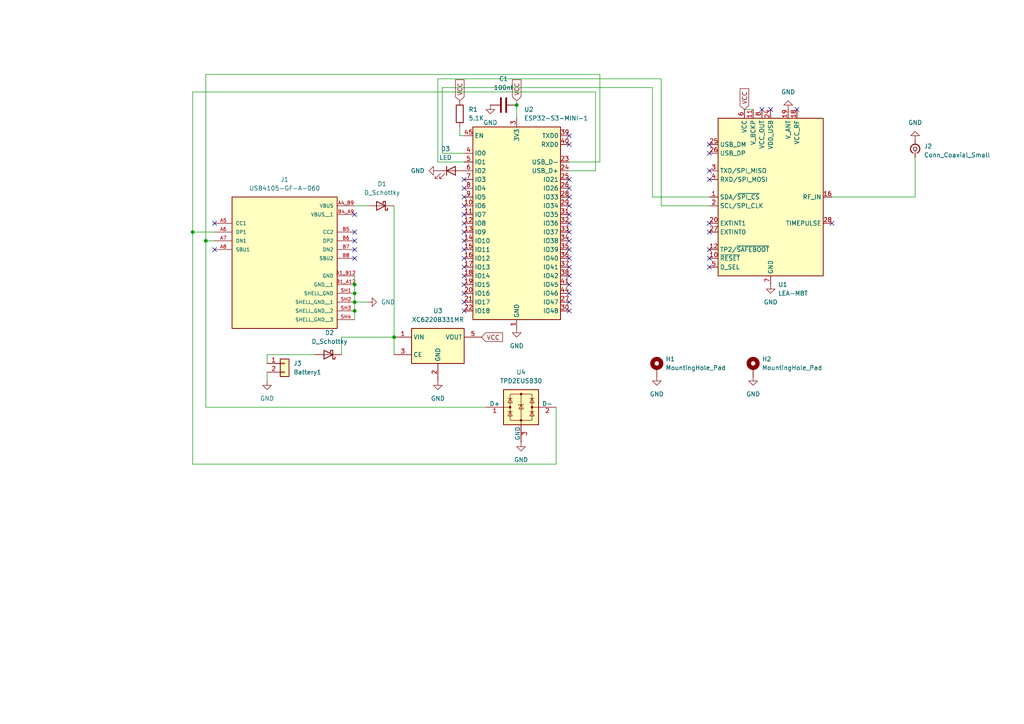
<source format=kicad_sch>
(kicad_sch (version 20250114) (generator "eeschema") (generator_version "9.0")
  (paper "A4")
  (lib_symbols
    (symbol "Connector:Conn_Coaxial_Small" (pin_numbers (hide yes)) (pin_names (offset 1.016) (hide yes))
      (property "Reference" "J" (at 0.254 3.048 0))
      (property "Value" "Conn_Coaxial_Small" (at 0 -3.81 0))
      (symbol "Conn_Coaxial_Small_0_1"
        (polyline (pts (xy -2.54 0) (xy -0.508 0)))
        (circle (center 0 0) (radius 0.508) (stroke (width 0.2032)))
      )
      (symbol "Conn_Coaxial_Small_1_1"
        (arc (start 1.3484 0.0039) (mid 0.327 -1.308) (end -1.1916 -0.6311) (stroke (width 0.3048)))
        (arc (start -1.1916 0.6311) (mid 0.327 1.3081) (end 1.3484 -0.0039) (stroke (width 0.3048)))
        (pin passive line (at -2.54 0 0) (length 1.27) (name "In") (number "1"))
        (pin passive line (at 2.54 0 180) (length 1.27) (name "Ext") (number "2"))
      )
    )
    (symbol "Connector_Generic:Conn_01x02" (pin_names (offset 1.016) (hide yes))
      (property "Reference" "J" (at 0 2.54 0))
      (property "Value" "Conn_01x02" (at 0 -5.08 0))
      (symbol "Conn_01x02_1_1"
        (rectangle (start -1.27 1.27) (end 1.27 -3.81) (stroke (width 0.254)) (fill (type background)))
        (rectangle (start -1.27 0.127) (end 0 -0.127) (stroke (width 0.1524)))
        (rectangle (start -1.27 -2.413) (end 0 -2.667) (stroke (width 0.1524)))
        (pin passive line (at -5.08 0 0) (length 3.81) (name "Pin_1") (number "1"))
        (pin passive line (at -5.08 -2.54 0) (length 3.81) (name "Pin_2") (number "2"))
      )
    )
    (symbol "Device:C" (pin_numbers (hide yes)) (pin_names (offset 0.254))
      (property "Reference" "C" (at 0.635 2.54 0))
      (property "Value" "C" (at 0.635 -2.54 0))
      (symbol "C_0_1"
        (polyline (pts (xy -2.032 0.762) (xy 2.032 0.762)) (stroke (width 0.508)))
        (polyline (pts (xy -2.032 -0.762) (xy 2.032 -0.762)) (stroke (width 0.508)))
      )
      (symbol "C_1_1"
        (pin passive line (at 0 3.81 270) (length 2.794) (name "~") (number "1"))
        (pin passive line (at 0 -3.81 90) (length 2.794) (name "~") (number "2"))
      )
    )
    (symbol "Device:D_Schottky" (pin_numbers (hide yes)) (pin_names (offset 1.016) (hide yes))
      (property "Reference" "D" (at 0 2.54 0))
      (property "Value" "D_Schottky" (at 0 -2.54 0))
      (symbol "D_Schottky_0_1"
        (polyline (pts (xy -1.905 0.635) (xy -1.905 1.27) (xy -1.27 1.27) (xy -1.27 -1.27) (xy -0.635 -1.27) (xy -0.635 -0.635)) (stroke (width 0.254)))
        (polyline (pts (xy 1.27 1.27) (xy 1.27 -1.27) (xy -1.27 0) (xy 1.27 1.27)) (stroke (width 0.254)))
        (polyline (pts (xy 1.27 0) (xy -1.27 0)))
      )
      (symbol "D_Schottky_1_1"
        (pin passive line (at -3.81 0 0) (length 2.54) (name "K") (number "1"))
        (pin passive line (at 3.81 0 180) (length 2.54) (name "A") (number "2"))
      )
    )
    (symbol "Device:LED" (pin_numbers (hide yes)) (pin_names (offset 1.016) (hide yes))
      (property "Reference" "D" (at 0 2.54 0))
      (property "Value" "LED" (at 0 -2.54 0))
      (symbol "LED_0_1"
        (polyline (pts (xy -3.048 -0.762) (xy -4.572 -2.286) (xy -3.81 -2.286) (xy -4.572 -2.286) (xy -4.572 -1.524)))
        (polyline (pts (xy -1.778 -0.762) (xy -3.302 -2.286) (xy -2.54 -2.286) (xy -3.302 -2.286) (xy -3.302 -1.524)))
        (polyline (pts (xy -1.27 0) (xy 1.27 0)))
        (polyline (pts (xy -1.27 -1.27) (xy -1.27 1.27)) (stroke (width 0.254)))
        (polyline (pts (xy 1.27 -1.27) (xy 1.27 1.27) (xy -1.27 0) (xy 1.27 -1.27)) (stroke (width 0.254)))
      )
      (symbol "LED_1_1"
        (pin passive line (at -3.81 0 0) (length 2.54) (name "K") (number "1"))
        (pin passive line (at 3.81 0 180) (length 2.54) (name "A") (number "2"))
      )
    )
    (symbol "Device:R" (pin_numbers (hide yes)) (pin_names (offset 0))
      (property "Reference" "R" (at 2.032 0 90))
      (property "Value" "R" (at 0 0 90))
      (symbol "R_0_1"
        (rectangle (start -1.016 -2.54) (end 1.016 2.54) (stroke (width 0.254)))
      )
      (symbol "R_1_1"
        (pin passive line (at 0 3.81 270) (length 1.27) (name "~") (number "1"))
        (pin passive line (at 0 -3.81 90) (length 1.27) (name "~") (number "2"))
      )
    )
    (symbol "Mechanical:MountingHole_Pad" (pin_numbers (hide yes)) (pin_names (offset 1.016) (hide yes)) (in_bom no)
      (property "Reference" "H" (at 0 6.35 0))
      (property "Value" "MountingHole_Pad" (at 0 4.445 0))
      (symbol "MountingHole_Pad_0_1"
        (circle (center 0 1.27) (radius 1.27) (stroke (width 1.27)))
      )
      (symbol "MountingHole_Pad_1_1"
        (pin input line (at 0 -2.54 90) (length 2.54) (name "1") (number "1"))
      )
    )
    (symbol "Power_Protection:TPD2EUSB30" (pin_names (offset 0))
      (property "Reference" "U" (at 0 6.35 0))
      (property "Value" "TPD2EUSB30" (at 7.62 -7.62 0))
      (symbol "TPD2EUSB30_0_1"
        (rectangle (start -5.08 5.08) (end 5.08 -5.08) (stroke (width 0.254)) (fill (type background)))
        (polyline (pts (xy -5.08 0) (xy -3.175 0)))
        (polyline (pts (xy -3.81 2.54) (xy -2.54 2.54)))
        (polyline (pts (xy -3.81 -1.27) (xy -2.54 -1.27)))
        (rectangle (start -3.175 3.81) (end 3.175 -3.81))
        (circle (center -3.175 0) (radius 0.2794) (fill (type outline)))
        (polyline (pts (xy -2.54 1.27) (xy -3.81 1.27) (xy -3.175 2.54) (xy -2.54 1.27)))
        (polyline (pts (xy -2.54 -2.54) (xy -3.81 -2.54) (xy -3.175 -1.27) (xy -2.54 -2.54)))
        (circle (center 0 3.81) (radius 0.2794) (fill (type outline)))
        (polyline (pts (xy 0 3.81) (xy 0 -5.08)))
        (circle (center 0 -3.81) (radius 0.2794) (fill (type outline)))
        (polyline (pts (xy 0.635 -0.508) (xy -0.635 -0.508) (xy 0 0.762) (xy 0.635 -0.508)))
        (polyline (pts (xy 0.762 0.762) (xy -0.762 0.762) (xy -0.762 0.508)))
        (polyline (pts (xy 2.54 2.54) (xy 3.81 2.54)))
        (polyline (pts (xy 2.54 -1.27) (xy 3.81 -1.27)))
        (circle (center 3.175 0) (radius 0.2794) (fill (type outline)))
        (polyline (pts (xy 3.81 1.27) (xy 2.54 1.27) (xy 3.175 2.54) (xy 3.81 1.27)))
        (polyline (pts (xy 3.81 -2.54) (xy 2.54 -2.54) (xy 3.175 -1.27) (xy 3.81 -2.54)))
        (polyline (pts (xy 5.08 0) (xy 3.175 0)))
      )
      (symbol "TPD2EUSB30_1_1"
        (pin passive line (at -10.16 0 0) (length 5.08) (name "D+") (number "1"))
        (pin passive line (at 0 -10.16 90) (length 5.08) (name "GND") (number "3"))
        (pin passive line (at 10.16 0 180) (length 5.08) (name "D-") (number "2"))
      )
    )
    (symbol "RF_GPS:LEA-M8T"
      (property "Reference" "U" (at -13.97 24.13 0))
      (property "Value" "LEA-M8T" (at 13.97 24.13 0))
      (symbol "LEA-M8T_0_1"
        (rectangle (start -15.24 22.86) (end 15.24 -22.86) (stroke (width 0.254)) (fill (type background)))
      )
      (symbol "LEA-M8T_1_1"
        (pin bidirectional line (at -17.78 15.24 0) (length 2.54) (name "USB_DM") (number "25"))
        (pin bidirectional line (at -17.78 12.7 0) (length 2.54) (name "USB_DP") (number "26"))
        (pin output line (at -17.78 7.62 0) (length 2.54) (name "TXD/SPI_MISO") (number "3"))
        (pin input line (at -17.78 5.08 0) (length 2.54) (name "RXD/SPI_MOSI") (number "4"))
        (pin bidirectional line (at -17.78 0 0) (length 2.54) (name "SDA/~{SPI_CS}") (number "1"))
        (pin input line (at -17.78 -2.54 0) (length 2.54) (name "SCL/SPI_CLK") (number "2"))
        (pin input line (at -17.78 -7.62 0) (length 2.54) (name "EXTINT1") (number "20"))
        (pin input line (at -17.78 -10.16 0) (length 2.54) (name "EXTINT0") (number "27"))
        (pin bidirectional line (at -17.78 -15.24 0) (length 2.54) (name "TP2/~{SAFEBOOT}") (number "12"))
        (pin input line (at -17.78 -17.78 0) (length 2.54) (name "~{RESET}") (number "10"))
        (pin input line (at -17.78 -20.32 0) (length 2.54) (name "D_SEL") (number "5"))
        (pin power_in line (at -7.62 25.4 270) (length 2.54) (name "VCC") (number "6"))
        (pin power_in line (at -5.08 25.4 270) (length 2.54) (name "V_BCKP") (number "11"))
        (pin power_out line (at -2.54 25.4 270) (length 2.54) (name "VCC_OUT") (number "8"))
        (pin power_in line (at 0 25.4 270) (length 2.54) (name "VDD_USB") (number "24"))
        (pin passive line (at 0 -25.4 90) (length 2.54) (hide yes) (name "GND") (number "13"))
        (pin passive line (at 0 -25.4 90) (length 2.54) (hide yes) (name "GND") (number "14"))
        (pin passive line (at 0 -25.4 90) (length 2.54) (hide yes) (name "GND") (number "15"))
        (pin passive line (at 0 -25.4 90) (length 2.54) (hide yes) (name "GND") (number "17"))
        (pin power_in line (at 0 -25.4 90) (length 2.54) (name "GND") (number "7"))
        (pin power_in line (at 5.08 25.4 270) (length 2.54) (name "V_ANT") (number "19"))
        (pin power_out line (at 7.62 25.4 270) (length 2.54) (name "VCC_RF") (number "18"))
        (pin no_connect line (at 15.24 10.16 180) (length 2.54) (hide yes) (name "RESERVED") (number "9"))
        (pin no_connect line (at 15.24 7.62 180) (length 2.54) (hide yes) (name "RESERVED") (number "21"))
        (pin no_connect line (at 15.24 5.08 180) (length 2.54) (hide yes) (name "RESERVED") (number "22"))
        (pin no_connect line (at 15.24 2.54 180) (length 2.54) (hide yes) (name "RESERVED") (number "23"))
        (pin input line (at 17.78 0 180) (length 2.54) (name "RF_IN") (number "16"))
        (pin output line (at 17.78 -7.62 180) (length 2.54) (name "TIMEPULSE") (number "28"))
      )
    )
    (symbol "RF_Module:ESP32-S3-MINI-1"
      (property "Reference" "U" (at -11.43 29.21 0))
      (property "Value" "ESP32-S3-MINI-1" (at 12.7 29.21 0))
      (symbol "ESP32-S3-MINI-1_0_1"
        (rectangle (start -12.7 27.94) (end 12.7 -27.94) (stroke (width 0.254)) (fill (type background)))
      )
      (symbol "ESP32-S3-MINI-1_1_1"
        (pin input line (at -15.24 25.4 0) (length 2.54) (name "EN") (number "45"))
        (pin bidirectional line (at -15.24 20.32 0) (length 2.54) (name "IO0") (number "4"))
        (pin bidirectional line (at -15.24 17.78 0) (length 2.54) (name "IO1") (number "5"))
        (pin bidirectional line (at -15.24 15.24 0) (length 2.54) (name "IO2") (number "6"))
        (pin bidirectional line (at -15.24 12.7 0) (length 2.54) (name "IO3") (number "7"))
        (pin bidirectional line (at -15.24 10.16 0) (length 2.54) (name "IO4") (number "8"))
        (pin bidirectional line (at -15.24 7.62 0) (length 2.54) (name "IO5") (number "9"))
        (pin bidirectional line (at -15.24 5.08 0) (length 2.54) (name "IO6") (number "10"))
        (pin bidirectional line (at -15.24 2.54 0) (length 2.54) (name "IO7") (number "11"))
        (pin bidirectional line (at -15.24 0 0) (length 2.54) (name "IO8") (number "12"))
        (pin bidirectional line (at -15.24 -2.54 0) (length 2.54) (name "IO9") (number "13"))
        (pin bidirectional line (at -15.24 -5.08 0) (length 2.54) (name "IO10") (number "14"))
        (pin bidirectional line (at -15.24 -7.62 0) (length 2.54) (name "IO11") (number "15"))
        (pin bidirectional line (at -15.24 -10.16 0) (length 2.54) (name "IO12") (number "16"))
        (pin bidirectional line (at -15.24 -12.7 0) (length 2.54) (name "IO13") (number "17"))
        (pin bidirectional line (at -15.24 -15.24 0) (length 2.54) (name "IO14") (number "18"))
        (pin bidirectional line (at -15.24 -17.78 0) (length 2.54) (name "IO15") (number "19"))
        (pin bidirectional line (at -15.24 -20.32 0) (length 2.54) (name "IO16") (number "20"))
        (pin bidirectional line (at -15.24 -22.86 0) (length 2.54) (name "IO17") (number "21"))
        (pin bidirectional line (at -15.24 -25.4 0) (length 2.54) (name "IO18") (number "22"))
        (pin power_in line (at 0 30.48 270) (length 2.54) (name "3V3") (number "3"))
        (pin power_in line (at 0 -30.48 90) (length 2.54) (name "GND") (number "1"))
        (pin passive line (at 0 -30.48 90) (length 2.54) (hide yes) (name "GND") (number "2"))
        (pin passive line (at 0 -30.48 90) (length 2.54) (hide yes) (name "GND") (number "42"))
        (pin passive line (at 0 -30.48 90) (length 2.54) (hide yes) (name "GND") (number "43"))
        (pin passive line (at 0 -30.48 90) (length 2.54) (hide yes) (name "GND") (number "46"))
        (pin passive line (at 0 -30.48 90) (length 2.54) (hide yes) (name "GND") (number "47"))
        (pin passive line (at 0 -30.48 90) (length 2.54) (hide yes) (name "GND") (number "48"))
        (pin passive line (at 0 -30.48 90) (length 2.54) (hide yes) (name "GND") (number "49"))
        (pin passive line (at 0 -30.48 90) (length 2.54) (hide yes) (name "GND") (number "50"))
        (pin passive line (at 0 -30.48 90) (length 2.54) (hide yes) (name "GND") (number "51"))
        (pin passive line (at 0 -30.48 90) (length 2.54) (hide yes) (name "GND") (number "52"))
        (pin passive line (at 0 -30.48 90) (length 2.54) (hide yes) (name "GND") (number "53"))
        (pin passive line (at 0 -30.48 90) (length 2.54) (hide yes) (name "GND") (number "54"))
        (pin passive line (at 0 -30.48 90) (length 2.54) (hide yes) (name "GND") (number "55"))
        (pin passive line (at 0 -30.48 90) (length 2.54) (hide yes) (name "GND") (number "56"))
        (pin passive line (at 0 -30.48 90) (length 2.54) (hide yes) (name "GND") (number "57"))
        (pin passive line (at 0 -30.48 90) (length 2.54) (hide yes) (name "GND") (number "58"))
        (pin passive line (at 0 -30.48 90) (length 2.54) (hide yes) (name "GND") (number "59"))
        (pin passive line (at 0 -30.48 90) (length 2.54) (hide yes) (name "GND") (number "60"))
        (pin passive line (at 0 -30.48 90) (length 2.54) (hide yes) (name "GND") (number "61"))
        (pin passive line (at 0 -30.48 90) (length 2.54) (hide yes) (name "GND") (number "62"))
        (pin passive line (at 0 -30.48 90) (length 2.54) (hide yes) (name "GND") (number "63"))
        (pin passive line (at 0 -30.48 90) (length 2.54) (hide yes) (name "GND") (number "64"))
        (pin passive line (at 0 -30.48 90) (length 2.54) (hide yes) (name "GND") (number "65"))
        (pin bidirectional line (at 15.24 25.4 180) (length 2.54) (name "TXD0") (number "39"))
        (pin bidirectional line (at 15.24 22.86 180) (length 2.54) (name "RXD0") (number "40"))
        (pin bidirectional line (at 15.24 17.78 180) (length 2.54) (name "USB_D-") (number "23"))
        (pin bidirectional line (at 15.24 15.24 180) (length 2.54) (name "USB_D+") (number "24"))
        (pin bidirectional line (at 15.24 12.7 180) (length 2.54) (name "IO21") (number "25"))
        (pin bidirectional line (at 15.24 10.16 180) (length 2.54) (name "IO26") (number "26"))
        (pin bidirectional line (at 15.24 7.62 180) (length 2.54) (name "IO33") (number "28"))
        (pin bidirectional line (at 15.24 5.08 180) (length 2.54) (name "IO34") (number "29"))
        (pin bidirectional line (at 15.24 2.54 180) (length 2.54) (name "IO35") (number "31"))
        (pin bidirectional line (at 15.24 0 180) (length 2.54) (name "IO36") (number "32"))
        (pin bidirectional line (at 15.24 -2.54 180) (length 2.54) (name "IO37") (number "33"))
        (pin bidirectional line (at 15.24 -5.08 180) (length 2.54) (name "IO38") (number "34"))
        (pin bidirectional line (at 15.24 -7.62 180) (length 2.54) (name "IO39") (number "35"))
        (pin bidirectional line (at 15.24 -10.16 180) (length 2.54) (name "IO40") (number "36"))
        (pin bidirectional line (at 15.24 -12.7 180) (length 2.54) (name "IO41") (number "37"))
        (pin bidirectional line (at 15.24 -15.24 180) (length 2.54) (name "IO42") (number "38"))
        (pin bidirectional line (at 15.24 -17.78 180) (length 2.54) (name "IO45") (number "41"))
        (pin bidirectional line (at 15.24 -20.32 180) (length 2.54) (name "IO46") (number "44"))
        (pin bidirectional line (at 15.24 -22.86 180) (length 2.54) (name "IO47") (number "27"))
        (pin bidirectional line (at 15.24 -25.4 180) (length 2.54) (name "IO48") (number "30"))
      )
    )
    (symbol "Regulator_Linear:XC6220B331MR"
      (property "Reference" "U" (at 0 8.89 0))
      (property "Value" "XC6220B331MR" (at 0 6.35 0))
      (symbol "XC6220B331MR_0_1"
        (rectangle (start -7.62 5.08) (end 7.62 -5.08) (stroke (width 0.254)) (fill (type background)))
      )
      (symbol "XC6220B331MR_1_1"
        (pin power_in line (at -12.7 2.54 0) (length 5.08) (name "VIN") (number "1"))
        (pin input line (at -12.7 -2.54 0) (length 5.08) (name "CE") (number "3"))
        (pin power_in line (at 0 -10.16 90) (length 5.08) (name "GND") (number "2"))
        (pin no_connect line (at 7.62 -2.54 180) (length 5.08) (hide yes) (name "NC") (number "4"))
        (pin power_out line (at 12.7 2.54 180) (length 5.08) (name "VOUT") (number "5"))
      )
    )
    (symbol "USB4105-GF-A-060:USB4105-GF-A-060" (pin_names (offset 1.016))
      (property "Reference" "J" (at -15.24 13.97 0))
      (property "Value" "USB4105-GF-A-060" (at -15.24 -27.94 0))
      (symbol "USB4105-GF-A-060_0_0"
        (rectangle (start -15.24 -25.4) (end 15.24 12.7) (stroke (width 0.254)) (fill (type background)))
        (pin bidirectional line (at -20.32 5.08 0) (length 5.08) (name "CC1") (number "A5"))
        (pin bidirectional line (at -20.32 2.54 0) (length 5.08) (name "DP1") (number "A6"))
        (pin bidirectional line (at -20.32 0 0) (length 5.08) (name "DN1") (number "A7"))
        (pin bidirectional line (at -20.32 -2.54 0) (length 5.08) (name "SBU1") (number "A8"))
        (pin power_in line (at 20.32 10.16 180) (length 5.08) (name "VBUS") (number "A4_B9"))
        (pin power_in line (at 20.32 7.62 180) (length 5.08) (name "VBUS__1") (number "B4_A9"))
        (pin bidirectional line (at 20.32 2.54 180) (length 5.08) (name "CC2") (number "B5"))
        (pin bidirectional line (at 20.32 0 180) (length 5.08) (name "DP2") (number "B6"))
        (pin bidirectional line (at 20.32 -2.54 180) (length 5.08) (name "DN2") (number "B7"))
        (pin bidirectional line (at 20.32 -5.08 180) (length 5.08) (name "SBU2") (number "B8"))
        (pin power_in line (at 20.32 -10.16 180) (length 5.08) (name "GND") (number "A1_B12"))
        (pin power_in line (at 20.32 -12.7 180) (length 5.08) (name "GND__1") (number "B1_A12"))
        (pin power_in line (at 20.32 -15.24 180) (length 5.08) (name "SHELL_GND") (number "SH1"))
        (pin power_in line (at 20.32 -17.78 180) (length 5.08) (name "SHELL_GND__1") (number "SH2"))
        (pin power_in line (at 20.32 -20.32 180) (length 5.08) (name "SHELL_GND__2") (number "SH3"))
        (pin power_in line (at 20.32 -22.86 180) (length 5.08) (name "SHELL_GND__3") (number "SH4"))
      )
    )
    (symbol "power:GND" (power) (pin_numbers (hide yes)) (pin_names (offset 0) (hide yes))
      (property "Value" "GND" (at 0 -3.81 0))
      (symbol "GND_0_1"
        (polyline (pts (xy 0 0) (xy 0 -1.27) (xy 1.27 -1.27) (xy 0 -2.54) (xy -1.27 -1.27) (xy 0 -1.27)))
      )
      (symbol "GND_1_1"
        (pin power_in line (at 0 0 270) (length 0) (name "~") (number "1"))
      )
    )
  )
  (junction (at 149.86 30.48))
  (junction (at 102.87 82.55))
  (junction (at 55.88 67.31))
  (junction (at 114.3 97.79))
  (junction (at 102.87 90.17))
  (junction (at 102.87 85.09))
  (junction (at 102.87 87.63))
  (junction (at 59.69 69.85))
  (no_connect (at 165.1 64.77))
  (no_connect (at 102.87 69.85))
  (no_connect (at 165.1 69.85))
  (no_connect (at 102.87 67.31))
  (no_connect (at 165.1 57.15))
  (no_connect (at 134.62 74.93))
  (no_connect (at 134.62 82.55))
  (no_connect (at 62.23 72.39))
  (no_connect (at 205.74 44.45))
  (no_connect (at 165.1 67.31))
  (no_connect (at 134.62 69.85))
  (no_connect (at 205.74 41.91))
  (no_connect (at 223.52 31.75))
  (no_connect (at 231.14 31.75))
  (no_connect (at 165.1 90.17))
  (no_connect (at 165.1 77.47))
  (no_connect (at 102.87 74.93))
  (no_connect (at 134.62 59.69))
  (no_connect (at 205.74 77.47))
  (no_connect (at 205.74 64.77))
  (no_connect (at 165.1 41.91))
  (no_connect (at 134.62 85.09))
  (no_connect (at 205.74 67.31))
  (no_connect (at 165.1 52.07))
  (no_connect (at 134.62 77.47))
  (no_connect (at 134.62 57.15))
  (no_connect (at 134.62 67.31))
  (no_connect (at 165.1 54.61))
  (no_connect (at 134.62 64.77))
  (no_connect (at 102.87 72.39))
  (no_connect (at 165.1 85.09))
  (no_connect (at 165.1 82.55))
  (no_connect (at 165.1 39.37))
  (no_connect (at 62.23 64.77))
  (no_connect (at 134.62 87.63))
  (no_connect (at 134.62 80.01))
  (no_connect (at 134.62 54.61))
  (no_connect (at 102.87 62.23))
  (no_connect (at 165.1 59.69))
  (no_connect (at 205.74 49.53))
  (no_connect (at 134.62 90.17))
  (no_connect (at 205.74 52.07))
  (no_connect (at 165.1 74.93))
  (no_connect (at 220.98 31.75))
  (no_connect (at 241.3 64.77))
  (no_connect (at 205.74 72.39))
  (no_connect (at 165.1 72.39))
  (no_connect (at 134.62 52.07))
  (no_connect (at 165.1 87.63))
  (no_connect (at 205.74 74.93))
  (no_connect (at 134.62 72.39))
  (no_connect (at 165.1 62.23))
  (no_connect (at 134.62 62.23))
  (no_connect (at 165.1 80.01))
  (wire (pts (xy 134.62 46.99) (xy 127 46.99)))
  (wire (pts (xy 59.69 21.59) (xy 173.99 21.59)))
  (wire (pts (xy 102.87 85.09) (xy 102.87 87.63)))
  (wire (pts (xy 191.77 59.69) (xy 205.74 59.69)))
  (wire (pts (xy 102.87 87.63) (xy 102.87 90.17)))
  (wire (pts (xy 128.27 44.45) (xy 134.62 44.45)))
  (wire (pts (xy 102.87 87.63) (xy 106.68 87.63)))
  (wire (pts (xy 172.72 26.67) (xy 172.72 49.53)))
  (wire (pts (xy 102.87 80.01) (xy 102.87 82.55)))
  (wire (pts (xy 59.69 69.85) (xy 62.23 69.85)))
  (wire (pts (xy 127 46.99) (xy 127 22.86)))
  (wire (pts (xy 215.9 31.75) (xy 218.44 31.75)))
  (wire (pts (xy 99.06 102.87) (xy 99.06 97.79)))
  (wire (pts (xy 55.88 67.31) (xy 62.23 67.31)))
  (wire (pts (xy 59.69 69.85) (xy 59.69 21.59)))
  (wire (pts (xy 265.43 57.15) (xy 265.43 45.72)))
  (wire (pts (xy 134.62 39.37) (xy 133.35 39.37)))
  (wire (pts (xy 99.06 97.79) (xy 114.3 97.79)))
  (wire (pts (xy 102.87 82.55) (xy 102.87 85.09)))
  (wire (pts (xy 102.87 59.69) (xy 106.68 59.69)))
  (wire (pts (xy 205.74 57.15) (xy 189.23 57.15)))
  (wire (pts (xy 55.88 67.31) (xy 55.88 26.67)))
  (wire (pts (xy 77.47 102.87) (xy 91.44 102.87)))
  (wire (pts (xy 59.69 69.85) (xy 59.69 118.11)))
  (wire (pts (xy 55.88 26.67) (xy 172.72 26.67)))
  (wire (pts (xy 191.77 22.86) (xy 191.77 59.69)))
  (wire (pts (xy 241.3 57.15) (xy 265.43 57.15)))
  (wire (pts (xy 173.99 21.59) (xy 173.99 46.99)))
  (wire (pts (xy 189.23 57.15) (xy 189.23 25.4)))
  (wire (pts (xy 140.97 118.11) (xy 59.69 118.11)))
  (wire (pts (xy 77.47 107.95) (xy 77.47 110.49)))
  (wire (pts (xy 149.86 30.48) (xy 149.86 34.29)))
  (wire (pts (xy 173.99 46.99) (xy 165.1 46.99)))
  (wire (pts (xy 172.72 49.53) (xy 165.1 49.53)))
  (wire (pts (xy 77.47 102.87) (xy 77.47 105.41)))
  (wire (pts (xy 114.3 97.79) (xy 114.3 102.87)))
  (wire (pts (xy 102.87 90.17) (xy 102.87 92.71)))
  (wire (pts (xy 128.27 25.4) (xy 128.27 44.45)))
  (wire (pts (xy 161.29 118.11) (xy 161.29 134.62)))
  (wire (pts (xy 127 22.86) (xy 191.77 22.86)))
  (wire (pts (xy 161.29 134.62) (xy 55.88 134.62)))
  (wire (pts (xy 149.86 29.21) (xy 149.86 30.48)))
  (wire (pts (xy 133.35 39.37) (xy 133.35 36.83)))
  (wire (pts (xy 189.23 25.4) (xy 128.27 25.4)))
  (wire (pts (xy 55.88 67.31) (xy 55.88 134.62)))
  (wire (pts (xy 114.3 59.69) (xy 114.3 97.79)))
  (global_label "VCC" (shape input) (at 133.35 29.21 90) (property "Intersheetrefs" "${INTERSHEET_REFS}" (effects (hide yes))))
  (global_label "VCC" (shape input) (at 139.7 97.79 0) (property "Intersheetrefs" "${INTERSHEET_REFS}" (effects (hide yes))))
  (global_label "VCC" (shape input) (at 215.9 31.75 90) (property "Intersheetrefs" "${INTERSHEET_REFS}" (effects (hide yes))))
  (global_label "VCC" (shape input) (at 149.86 29.21 90) (property "Intersheetrefs" "${INTERSHEET_REFS}" (effects (hide yes))))
  (symbol (lib_id "power:GND") (at 223.52 82.55 0) (unit 1)
    (property "Reference" "#PWR01" (effects (hide yes)))
    (property "Value" "GND" (at 223.52 87.63 0))
    (property "Description" "Power symbol creates a global label with name \"GND\" , ground" (effects (hide yes)))
  )
  (symbol (lib_id "power:GND") (at 106.68 87.63 90) (unit 1)
    (property "Reference" "#PWR06" (effects (hide yes)))
    (property "Value" "GND" (at 110.49 87.6299 90) (effects (justify right)))
    (property "Description" "Power symbol creates a global label with name \"GND\" , ground" (effects (hide yes)))
  )
  (symbol (lib_id "Device:R") (at 133.35 33.02 0) (unit 1)
    (property "Reference" "R1" (at 135.89 31.7499 0) (effects (justify left)))
    (property "Value" "5.1K" (at 135.89 34.2899 0) (effects (justify left)))
    (property "Footprint" "Resistor_SMD:R_0603_1608Metric" (effects (hide yes)))
    (property "Description" "Resistor" (effects (hide yes)))
  )
  (symbol (lib_id "Connector_Generic:Conn_01x02") (at 82.55 105.41 0) (unit 1)
    (property "Reference" "J3" (at 85.09 105.4099 0) (effects (justify left)))
    (property "Value" "Battery1" (at 85.09 107.9499 0) (effects (justify left)))
    (property "Footprint" "Connector_JST:JST_PH_B2B-PH-K_1x02_P2.00mm_Vertical" (effects (hide yes)))
    (property "Description" "Generic connector, single row, 01x02, script generated (kicad-library-utils/schlib/autogen/connector/)" (effects (hide yes)))
  )
  (symbol (lib_id "RF_GPS:LEA-M8T") (at 223.52 57.15 0) (unit 1)
    (property "Reference" "U1" (at 225.6633 82.55 0) (effects (justify left)))
    (property "Value" "LEA-M8T" (at 225.6633 85.09 0) (effects (justify left)))
    (property "Footprint" "RF_GPS:ublox_LEA" (effects (hide yes)))
    (property "Datasheet" "https://content.u-blox.com/sites/default/files/documents/NEO-LEA-M8T-FW3_DataSheet_UBX-15025193.pdf" (effects (hide yes)))
    (property "Description" "GNSS Module LEA M8, VCC 2.7V to 3.6V" (effects (hide yes)))
  )
  (symbol (lib_id "power:GND") (at 77.47 110.49 0) (unit 1)
    (property "Reference" "#PWR09" (effects (hide yes)))
    (property "Value" "GND" (at 77.47 115.57 0))
    (property "Description" "Power symbol creates a global label with name \"GND\" , ground" (effects (hide yes)))
  )
  (symbol (lib_id "Mechanical:MountingHole_Pad") (at 190.5 106.68 0) (unit 1) (in_bom no)
    (property "Reference" "H1" (at 193.04 104.1399 0) (effects (justify left)))
    (property "Value" "MountingHole_Pad" (at 193.04 106.6799 0) (effects (justify left)))
    (property "Footprint" "TestPoint:TestPoint_Plated_Hole_D2.0mm" (effects (hide yes)))
    (property "Description" "Mounting Hole with connection" (effects (hide yes)))
  )
  (symbol (lib_id "power:GND") (at 228.6 31.75 180) (unit 1)
    (property "Reference" "#PWR03" (effects (hide yes)))
    (property "Value" "GND" (at 228.6 26.67 0))
    (property "Description" "Power symbol creates a global label with name \"GND\" , ground" (effects (hide yes)))
  )
  (symbol (lib_id "Device:LED") (at 130.81 49.53 0) (unit 1)
    (property "Reference" "D3" (at 129.2225 43.18 0))
    (property "Value" "LED" (at 129.2225 45.72 0))
    (property "Footprint" "LED_SMD:LED_0805_2012Metric" (effects (hide yes)))
    (property "Description" "Light emitting diode" (effects (hide yes)))
    (property "Sim.Pins" "1=K 2=A" (effects (hide yes)))
  )
  (symbol (lib_id "RF_Module:ESP32-S3-MINI-1") (at 149.86 64.77 0) (unit 1)
    (property "Reference" "U2" (at 152.0033 31.75 0) (effects (justify left)))
    (property "Value" "ESP32-S3-MINI-1" (at 152.0033 34.29 0) (effects (justify left)))
    (property "Footprint" "ESP32_S3_MINI_1_N4R2:XCVR_ESP32-S3-MINI-1-N4R2" (effects (hide yes)))
    (property "Datasheet" "https://www.espressif.com/sites/default/files/documentation/esp32-s3-mini-1_mini-1u_datasheet_en.pdf" (effects (hide yes)))
    (property "Description" "RF Module, ESP32-S3 SoC, Wi-Fi 802.11b/g/n, Bluetooth, BLE, 32-bit, 3.3V, SMD, onboard antenna" (effects (hide yes)))
  )
  (symbol (lib_id "Device:D_Schottky") (at 110.49 59.69 180) (unit 1)
    (property "Reference" "D1" (at 110.8075 53.34 0))
    (property "Value" "D_Schottky" (at 110.8075 55.88 0))
    (property "Footprint" "Diode_SMD:D_0603_1608Metric" (effects (hide yes)))
    (property "Description" "Schottky diode" (effects (hide yes)))
  )
  (symbol (lib_id "Connector:Conn_Coaxial_Small") (at 265.43 43.18 90) (unit 1)
    (property "Reference" "J2" (at 267.97 42.4294 90) (effects (justify right)))
    (property "Value" "Conn_Coaxial_Small" (at 267.97 44.9694 90) (effects (justify right)))
    (property "Footprint" "Connector_Coaxial:U.FL_Molex_MCRF_73412-0110_Vertical" (effects (hide yes)))
    (property "Description" "small coaxial connector (BNC, SMA, SMB, SMC, Cinch/RCA, LEMO, ...)" (effects (hide yes)))
  )
  (symbol (lib_id "power:GND") (at 142.24 30.48 0) (unit 1)
    (property "Reference" "#PWR010" (effects (hide yes)))
    (property "Value" "GND" (at 142.24 35.56 0))
    (property "Description" "Power symbol creates a global label with name \"GND\" , ground" (effects (hide yes)))
  )
  (symbol (lib_id "power:GND") (at 149.86 95.25 0) (unit 1)
    (property "Reference" "#PWR02" (effects (hide yes)))
    (property "Value" "GND" (at 149.86 100.33 0))
    (property "Description" "Power symbol creates a global label with name \"GND\" , ground" (effects (hide yes)))
  )
  (symbol (lib_id "power:GND") (at 127 110.49 0) (mirror y) (unit 1)
    (property "Reference" "#PWR04" (effects (hide yes)))
    (property "Value" "GND" (at 127 115.57 0))
    (property "Description" "Power symbol creates a global label with name \"GND\" , ground" (effects (hide yes)))
  )
  (symbol (lib_id "power:GND") (at 127 49.53 270) (unit 1)
    (property "Reference" "#PWR011" (effects (hide yes)))
    (property "Value" "GND" (at 123.19 49.5299 90) (effects (justify right)))
    (property "Description" "Power symbol creates a global label with name \"GND\" , ground" (effects (hide yes)))
  )
  (symbol (lib_id "power:GND") (at 151.13 128.27 0) (mirror y) (unit 1)
    (property "Reference" "#PWR07" (effects (hide yes)))
    (property "Value" "GND" (at 151.13 133.35 0))
    (property "Description" "Power symbol creates a global label with name \"GND\" , ground" (effects (hide yes)))
  )
  (symbol (lib_id "power:GND") (at 218.44 109.22 0) (unit 1)
    (property "Reference" "#PWR05" (effects (hide yes)))
    (property "Value" "GND" (at 218.44 114.3 0))
    (property "Description" "Power symbol creates a global label with name \"GND\" , ground" (effects (hide yes)))
  )
  (symbol (lib_id "Regulator_Linear:XC6220B331MR") (at 127 100.33 0) (unit 1)
    (property "Reference" "U3" (at 127 90.17 0))
    (property "Value" "XC6220B331MR" (at 127 92.71 0))
    (property "Footprint" "Package_TO_SOT_SMD:SOT-23-5" (effects (hide yes)))
    (property "Datasheet" "https://www.torexsemi.com/file/xc6220/XC6220.pdf" (effects (hide yes)))
    (property "Description" "1A, Low Drop-out Voltage Regulator, Fixed Output 3.3V, SOT-23-5" (effects (hide yes)))
  )
  (symbol (lib_id "Mechanical:MountingHole_Pad") (at 218.44 106.68 0) (unit 1) (in_bom no)
    (property "Reference" "H2" (at 220.98 104.1399 0) (effects (justify left)))
    (property "Value" "MountingHole_Pad" (at 220.98 106.6799 0) (effects (justify left)))
    (property "Footprint" "TestPoint:TestPoint_Plated_Hole_D2.0mm" (effects (hide yes)))
    (property "Description" "Mounting Hole with connection" (effects (hide yes)))
  )
  (symbol (lib_id "Power_Protection:TPD2EUSB30") (at 151.13 118.11 0) (unit 1)
    (property "Reference" "U4" (at 151.13 107.95 0))
    (property "Value" "TPD2EUSB30" (at 151.13 110.49 0))
    (property "Footprint" "Package_TO_SOT_SMD:Texas_DRT-3" (effects (hide yes)))
    (property "Datasheet" "http://www.ti.com/lit/ds/symlink/tpd2eusb30a.pdf" (effects (hide yes)))
    (property "Description" "2-Channel ESD Protection for Super-Speed USB 3.0 Interface, DRT-3" (effects (hide yes)))
  )
  (symbol (lib_id "Device:C") (at 146.05 30.48 90) (unit 1)
    (property "Reference" "C1" (at 146.05 22.86 90))
    (property "Value" "100nf" (at 146.05 25.4 90))
    (property "Footprint" "Capacitor_SMD:C_0805_2012Metric" (effects (hide yes)))
    (property "Description" "Unpolarized capacitor" (effects (hide yes)))
  )
  (symbol (lib_id "power:GND") (at 190.5 109.22 0) (unit 1)
    (property "Reference" "#PWR012" (effects (hide yes)))
    (property "Value" "GND" (at 190.5 114.3 0))
    (property "Description" "Power symbol creates a global label with name \"GND\" , ground" (effects (hide yes)))
  )
  (symbol (lib_id "USB4105-GF-A-060:USB4105-GF-A-060") (at 82.55 69.85 0) (unit 1)
    (property "Reference" "J1" (at 82.55 52.07 0))
    (property "Value" "USB4105-GF-A-060" (at 82.55 54.61 0))
    (property "Footprint" "USB4105_GF_A_060:GCT_USB4105-GF-A-060" (effects (hide yes)))
    (property "MF" "GCT" (effects (hide yes)))
    (property "MAXIMUM_PACKAGE_HEIGHT" "3.31mm" (effects (hide yes)))
    (property "Package" "None" (effects (hide yes)))
    (property "Price" "None" (effects (hide yes)))
    (property "Check_prices" "https://www.snapeda.com/parts/USB4105-GF-A-060/Global+Connector+Technology/view-part/?ref=eda" (effects (hide yes)))
    (property "STANDARD" "Manufacturer Recommendations" (effects (hide yes)))
    (property "PARTREV" "B3" (effects (hide yes)))
    (property "SnapEDA_Link" "https://www.snapeda.com/parts/USB4105-GF-A-060/Global+Connector+Technology/view-part/?ref=snap" (effects (hide yes)))
    (property "MP" "USB4105-GF-A-060" (effects (hide yes)))
    (property "Description_1" "USB-C (USB TYPE-C) USB 2.0 Receptacle Connector 24 (16+8 Dummy) Position Surface Mount, Right Angle; Through Hole" (effects (hide yes)))
    (property "Availability" "In Stock" (effects (hide yes)))
    (property "MANUFACTURER" "Global Connector Technology" (effects (hide yes)))
  )
  (symbol (lib_id "Device:D_Schottky") (at 95.25 102.87 180) (unit 1)
    (property "Reference" "D2" (at 95.5675 96.52 0))
    (property "Value" "D_Schottky" (at 95.5675 99.06 0))
    (property "Footprint" "Diode_SMD:D_0603_1608Metric" (effects (hide yes)))
    (property "Description" "Schottky diode" (effects (hide yes)))
  )
  (symbol (lib_id "power:GND") (at 265.43 40.64 180) (unit 1)
    (property "Reference" "#PWR08" (effects (hide yes)))
    (property "Value" "GND" (at 265.43 35.56 0))
    (property "Description" "Power symbol creates a global label with name \"GND\" , ground" (effects (hide yes)))
  )
)
</source>
